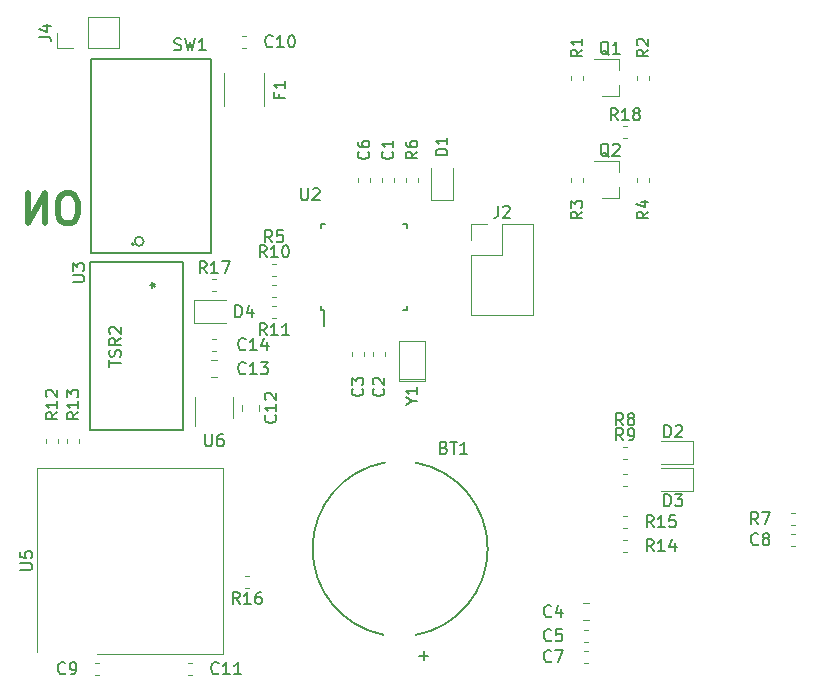
<source format=gbr>
%TF.GenerationSoftware,KiCad,Pcbnew,(6.0.7)*%
%TF.CreationDate,2022-09-05T17:33:02-05:00*%
%TF.ProjectId,tracker,74726163-6b65-4722-9e6b-696361645f70,1.0*%
%TF.SameCoordinates,Original*%
%TF.FileFunction,Legend,Top*%
%TF.FilePolarity,Positive*%
%FSLAX46Y46*%
G04 Gerber Fmt 4.6, Leading zero omitted, Abs format (unit mm)*
G04 Created by KiCad (PCBNEW (6.0.7)) date 2022-09-05 17:33:02*
%MOMM*%
%LPD*%
G01*
G04 APERTURE LIST*
%ADD10C,0.508000*%
%ADD11C,0.150000*%
%ADD12C,0.149860*%
%ADD13C,0.120000*%
%ADD14C,0.127000*%
%ADD15C,0.200000*%
%ADD16C,0.152400*%
G04 APERTURE END LIST*
D10*
X121968380Y-103003047D02*
X121484571Y-103003047D01*
X121242666Y-103124000D01*
X121000761Y-103365904D01*
X120879809Y-103849714D01*
X120879809Y-104696380D01*
X121000761Y-105180190D01*
X121242666Y-105422095D01*
X121484571Y-105543047D01*
X121968380Y-105543047D01*
X122210285Y-105422095D01*
X122452190Y-105180190D01*
X122573142Y-104696380D01*
X122573142Y-103849714D01*
X122452190Y-103365904D01*
X122210285Y-103124000D01*
X121968380Y-103003047D01*
X119791238Y-105543047D02*
X119791238Y-103003047D01*
X118339809Y-105543047D01*
X118339809Y-103003047D01*
D11*
%TO.C,BT1*%
X153574285Y-124524571D02*
X153717142Y-124572190D01*
X153764761Y-124619809D01*
X153812380Y-124715047D01*
X153812380Y-124857904D01*
X153764761Y-124953142D01*
X153717142Y-125000761D01*
X153621904Y-125048380D01*
X153240952Y-125048380D01*
X153240952Y-124048380D01*
X153574285Y-124048380D01*
X153669523Y-124096000D01*
X153717142Y-124143619D01*
X153764761Y-124238857D01*
X153764761Y-124334095D01*
X153717142Y-124429333D01*
X153669523Y-124476952D01*
X153574285Y-124524571D01*
X153240952Y-124524571D01*
X154098095Y-124048380D02*
X154669523Y-124048380D01*
X154383809Y-125048380D02*
X154383809Y-124048380D01*
X155526666Y-125048380D02*
X154955238Y-125048380D01*
X155240952Y-125048380D02*
X155240952Y-124048380D01*
X155145714Y-124191238D01*
X155050476Y-124286476D01*
X154955238Y-124334095D01*
X151479047Y-142167428D02*
X152240952Y-142167428D01*
X151860000Y-142548380D02*
X151860000Y-141786476D01*
%TO.C,C1*%
X149201142Y-99480666D02*
X149248761Y-99528285D01*
X149296380Y-99671142D01*
X149296380Y-99766380D01*
X149248761Y-99909238D01*
X149153523Y-100004476D01*
X149058285Y-100052095D01*
X148867809Y-100099714D01*
X148724952Y-100099714D01*
X148534476Y-100052095D01*
X148439238Y-100004476D01*
X148344000Y-99909238D01*
X148296380Y-99766380D01*
X148296380Y-99671142D01*
X148344000Y-99528285D01*
X148391619Y-99480666D01*
X149296380Y-98528285D02*
X149296380Y-99099714D01*
X149296380Y-98814000D02*
X148296380Y-98814000D01*
X148439238Y-98909238D01*
X148534476Y-99004476D01*
X148582095Y-99099714D01*
%TO.C,C2*%
X148439142Y-119546666D02*
X148486761Y-119594285D01*
X148534380Y-119737142D01*
X148534380Y-119832380D01*
X148486761Y-119975238D01*
X148391523Y-120070476D01*
X148296285Y-120118095D01*
X148105809Y-120165714D01*
X147962952Y-120165714D01*
X147772476Y-120118095D01*
X147677238Y-120070476D01*
X147582000Y-119975238D01*
X147534380Y-119832380D01*
X147534380Y-119737142D01*
X147582000Y-119594285D01*
X147629619Y-119546666D01*
X147629619Y-119165714D02*
X147582000Y-119118095D01*
X147534380Y-119022857D01*
X147534380Y-118784761D01*
X147582000Y-118689523D01*
X147629619Y-118641904D01*
X147724857Y-118594285D01*
X147820095Y-118594285D01*
X147962952Y-118641904D01*
X148534380Y-119213333D01*
X148534380Y-118594285D01*
%TO.C,C3*%
X146661142Y-119546666D02*
X146708761Y-119594285D01*
X146756380Y-119737142D01*
X146756380Y-119832380D01*
X146708761Y-119975238D01*
X146613523Y-120070476D01*
X146518285Y-120118095D01*
X146327809Y-120165714D01*
X146184952Y-120165714D01*
X145994476Y-120118095D01*
X145899238Y-120070476D01*
X145804000Y-119975238D01*
X145756380Y-119832380D01*
X145756380Y-119737142D01*
X145804000Y-119594285D01*
X145851619Y-119546666D01*
X145756380Y-119213333D02*
X145756380Y-118594285D01*
X146137333Y-118927619D01*
X146137333Y-118784761D01*
X146184952Y-118689523D01*
X146232571Y-118641904D01*
X146327809Y-118594285D01*
X146565904Y-118594285D01*
X146661142Y-118641904D01*
X146708761Y-118689523D01*
X146756380Y-118784761D01*
X146756380Y-119070476D01*
X146708761Y-119165714D01*
X146661142Y-119213333D01*
%TO.C,C4*%
X162647333Y-138787142D02*
X162599714Y-138834761D01*
X162456857Y-138882380D01*
X162361619Y-138882380D01*
X162218761Y-138834761D01*
X162123523Y-138739523D01*
X162075904Y-138644285D01*
X162028285Y-138453809D01*
X162028285Y-138310952D01*
X162075904Y-138120476D01*
X162123523Y-138025238D01*
X162218761Y-137930000D01*
X162361619Y-137882380D01*
X162456857Y-137882380D01*
X162599714Y-137930000D01*
X162647333Y-137977619D01*
X163504476Y-138215714D02*
X163504476Y-138882380D01*
X163266380Y-137834761D02*
X163028285Y-138549047D01*
X163647333Y-138549047D01*
%TO.C,C5*%
X162647333Y-140819142D02*
X162599714Y-140866761D01*
X162456857Y-140914380D01*
X162361619Y-140914380D01*
X162218761Y-140866761D01*
X162123523Y-140771523D01*
X162075904Y-140676285D01*
X162028285Y-140485809D01*
X162028285Y-140342952D01*
X162075904Y-140152476D01*
X162123523Y-140057238D01*
X162218761Y-139962000D01*
X162361619Y-139914380D01*
X162456857Y-139914380D01*
X162599714Y-139962000D01*
X162647333Y-140009619D01*
X163552095Y-139914380D02*
X163075904Y-139914380D01*
X163028285Y-140390571D01*
X163075904Y-140342952D01*
X163171142Y-140295333D01*
X163409238Y-140295333D01*
X163504476Y-140342952D01*
X163552095Y-140390571D01*
X163599714Y-140485809D01*
X163599714Y-140723904D01*
X163552095Y-140819142D01*
X163504476Y-140866761D01*
X163409238Y-140914380D01*
X163171142Y-140914380D01*
X163075904Y-140866761D01*
X163028285Y-140819142D01*
%TO.C,C6*%
X147169142Y-99480666D02*
X147216761Y-99528285D01*
X147264380Y-99671142D01*
X147264380Y-99766380D01*
X147216761Y-99909238D01*
X147121523Y-100004476D01*
X147026285Y-100052095D01*
X146835809Y-100099714D01*
X146692952Y-100099714D01*
X146502476Y-100052095D01*
X146407238Y-100004476D01*
X146312000Y-99909238D01*
X146264380Y-99766380D01*
X146264380Y-99671142D01*
X146312000Y-99528285D01*
X146359619Y-99480666D01*
X146264380Y-98623523D02*
X146264380Y-98814000D01*
X146312000Y-98909238D01*
X146359619Y-98956857D01*
X146502476Y-99052095D01*
X146692952Y-99099714D01*
X147073904Y-99099714D01*
X147169142Y-99052095D01*
X147216761Y-99004476D01*
X147264380Y-98909238D01*
X147264380Y-98718761D01*
X147216761Y-98623523D01*
X147169142Y-98575904D01*
X147073904Y-98528285D01*
X146835809Y-98528285D01*
X146740571Y-98575904D01*
X146692952Y-98623523D01*
X146645333Y-98718761D01*
X146645333Y-98909238D01*
X146692952Y-99004476D01*
X146740571Y-99052095D01*
X146835809Y-99099714D01*
%TO.C,C7*%
X162647333Y-142597142D02*
X162599714Y-142644761D01*
X162456857Y-142692380D01*
X162361619Y-142692380D01*
X162218761Y-142644761D01*
X162123523Y-142549523D01*
X162075904Y-142454285D01*
X162028285Y-142263809D01*
X162028285Y-142120952D01*
X162075904Y-141930476D01*
X162123523Y-141835238D01*
X162218761Y-141740000D01*
X162361619Y-141692380D01*
X162456857Y-141692380D01*
X162599714Y-141740000D01*
X162647333Y-141787619D01*
X162980666Y-141692380D02*
X163647333Y-141692380D01*
X163218761Y-142692380D01*
%TO.C,C8*%
X180173333Y-132691142D02*
X180125714Y-132738761D01*
X179982857Y-132786380D01*
X179887619Y-132786380D01*
X179744761Y-132738761D01*
X179649523Y-132643523D01*
X179601904Y-132548285D01*
X179554285Y-132357809D01*
X179554285Y-132214952D01*
X179601904Y-132024476D01*
X179649523Y-131929238D01*
X179744761Y-131834000D01*
X179887619Y-131786380D01*
X179982857Y-131786380D01*
X180125714Y-131834000D01*
X180173333Y-131881619D01*
X180744761Y-132214952D02*
X180649523Y-132167333D01*
X180601904Y-132119714D01*
X180554285Y-132024476D01*
X180554285Y-131976857D01*
X180601904Y-131881619D01*
X180649523Y-131834000D01*
X180744761Y-131786380D01*
X180935238Y-131786380D01*
X181030476Y-131834000D01*
X181078095Y-131881619D01*
X181125714Y-131976857D01*
X181125714Y-132024476D01*
X181078095Y-132119714D01*
X181030476Y-132167333D01*
X180935238Y-132214952D01*
X180744761Y-132214952D01*
X180649523Y-132262571D01*
X180601904Y-132310190D01*
X180554285Y-132405428D01*
X180554285Y-132595904D01*
X180601904Y-132691142D01*
X180649523Y-132738761D01*
X180744761Y-132786380D01*
X180935238Y-132786380D01*
X181030476Y-132738761D01*
X181078095Y-132691142D01*
X181125714Y-132595904D01*
X181125714Y-132405428D01*
X181078095Y-132310190D01*
X181030476Y-132262571D01*
X180935238Y-132214952D01*
%TO.C,C9*%
X121499333Y-143613142D02*
X121451714Y-143660761D01*
X121308857Y-143708380D01*
X121213619Y-143708380D01*
X121070761Y-143660761D01*
X120975523Y-143565523D01*
X120927904Y-143470285D01*
X120880285Y-143279809D01*
X120880285Y-143136952D01*
X120927904Y-142946476D01*
X120975523Y-142851238D01*
X121070761Y-142756000D01*
X121213619Y-142708380D01*
X121308857Y-142708380D01*
X121451714Y-142756000D01*
X121499333Y-142803619D01*
X121975523Y-143708380D02*
X122166000Y-143708380D01*
X122261238Y-143660761D01*
X122308857Y-143613142D01*
X122404095Y-143470285D01*
X122451714Y-143279809D01*
X122451714Y-142898857D01*
X122404095Y-142803619D01*
X122356476Y-142756000D01*
X122261238Y-142708380D01*
X122070761Y-142708380D01*
X121975523Y-142756000D01*
X121927904Y-142803619D01*
X121880285Y-142898857D01*
X121880285Y-143136952D01*
X121927904Y-143232190D01*
X121975523Y-143279809D01*
X122070761Y-143327428D01*
X122261238Y-143327428D01*
X122356476Y-143279809D01*
X122404095Y-143232190D01*
X122451714Y-143136952D01*
%TO.C,C10*%
X139057142Y-90527142D02*
X139009523Y-90574761D01*
X138866666Y-90622380D01*
X138771428Y-90622380D01*
X138628571Y-90574761D01*
X138533333Y-90479523D01*
X138485714Y-90384285D01*
X138438095Y-90193809D01*
X138438095Y-90050952D01*
X138485714Y-89860476D01*
X138533333Y-89765238D01*
X138628571Y-89670000D01*
X138771428Y-89622380D01*
X138866666Y-89622380D01*
X139009523Y-89670000D01*
X139057142Y-89717619D01*
X140009523Y-90622380D02*
X139438095Y-90622380D01*
X139723809Y-90622380D02*
X139723809Y-89622380D01*
X139628571Y-89765238D01*
X139533333Y-89860476D01*
X139438095Y-89908095D01*
X140628571Y-89622380D02*
X140723809Y-89622380D01*
X140819047Y-89670000D01*
X140866666Y-89717619D01*
X140914285Y-89812857D01*
X140961904Y-90003333D01*
X140961904Y-90241428D01*
X140914285Y-90431904D01*
X140866666Y-90527142D01*
X140819047Y-90574761D01*
X140723809Y-90622380D01*
X140628571Y-90622380D01*
X140533333Y-90574761D01*
X140485714Y-90527142D01*
X140438095Y-90431904D01*
X140390476Y-90241428D01*
X140390476Y-90003333D01*
X140438095Y-89812857D01*
X140485714Y-89717619D01*
X140533333Y-89670000D01*
X140628571Y-89622380D01*
%TO.C,C11*%
X134485142Y-143613142D02*
X134437523Y-143660761D01*
X134294666Y-143708380D01*
X134199428Y-143708380D01*
X134056571Y-143660761D01*
X133961333Y-143565523D01*
X133913714Y-143470285D01*
X133866095Y-143279809D01*
X133866095Y-143136952D01*
X133913714Y-142946476D01*
X133961333Y-142851238D01*
X134056571Y-142756000D01*
X134199428Y-142708380D01*
X134294666Y-142708380D01*
X134437523Y-142756000D01*
X134485142Y-142803619D01*
X135437523Y-143708380D02*
X134866095Y-143708380D01*
X135151809Y-143708380D02*
X135151809Y-142708380D01*
X135056571Y-142851238D01*
X134961333Y-142946476D01*
X134866095Y-142994095D01*
X136389904Y-143708380D02*
X135818476Y-143708380D01*
X136104190Y-143708380D02*
X136104190Y-142708380D01*
X136008952Y-142851238D01*
X135913714Y-142946476D01*
X135818476Y-142994095D01*
%TO.C,C12*%
X139295142Y-121800857D02*
X139342761Y-121848476D01*
X139390380Y-121991333D01*
X139390380Y-122086571D01*
X139342761Y-122229428D01*
X139247523Y-122324666D01*
X139152285Y-122372285D01*
X138961809Y-122419904D01*
X138818952Y-122419904D01*
X138628476Y-122372285D01*
X138533238Y-122324666D01*
X138438000Y-122229428D01*
X138390380Y-122086571D01*
X138390380Y-121991333D01*
X138438000Y-121848476D01*
X138485619Y-121800857D01*
X139390380Y-120848476D02*
X139390380Y-121419904D01*
X139390380Y-121134190D02*
X138390380Y-121134190D01*
X138533238Y-121229428D01*
X138628476Y-121324666D01*
X138676095Y-121419904D01*
X138485619Y-120467523D02*
X138438000Y-120419904D01*
X138390380Y-120324666D01*
X138390380Y-120086571D01*
X138438000Y-119991333D01*
X138485619Y-119943714D01*
X138580857Y-119896095D01*
X138676095Y-119896095D01*
X138818952Y-119943714D01*
X139390380Y-120515142D01*
X139390380Y-119896095D01*
%TO.C,C13*%
X136771142Y-118213142D02*
X136723523Y-118260761D01*
X136580666Y-118308380D01*
X136485428Y-118308380D01*
X136342571Y-118260761D01*
X136247333Y-118165523D01*
X136199714Y-118070285D01*
X136152095Y-117879809D01*
X136152095Y-117736952D01*
X136199714Y-117546476D01*
X136247333Y-117451238D01*
X136342571Y-117356000D01*
X136485428Y-117308380D01*
X136580666Y-117308380D01*
X136723523Y-117356000D01*
X136771142Y-117403619D01*
X137723523Y-118308380D02*
X137152095Y-118308380D01*
X137437809Y-118308380D02*
X137437809Y-117308380D01*
X137342571Y-117451238D01*
X137247333Y-117546476D01*
X137152095Y-117594095D01*
X138056857Y-117308380D02*
X138675904Y-117308380D01*
X138342571Y-117689333D01*
X138485428Y-117689333D01*
X138580666Y-117736952D01*
X138628285Y-117784571D01*
X138675904Y-117879809D01*
X138675904Y-118117904D01*
X138628285Y-118213142D01*
X138580666Y-118260761D01*
X138485428Y-118308380D01*
X138199714Y-118308380D01*
X138104476Y-118260761D01*
X138056857Y-118213142D01*
%TO.C,C14*%
X136771142Y-116181142D02*
X136723523Y-116228761D01*
X136580666Y-116276380D01*
X136485428Y-116276380D01*
X136342571Y-116228761D01*
X136247333Y-116133523D01*
X136199714Y-116038285D01*
X136152095Y-115847809D01*
X136152095Y-115704952D01*
X136199714Y-115514476D01*
X136247333Y-115419238D01*
X136342571Y-115324000D01*
X136485428Y-115276380D01*
X136580666Y-115276380D01*
X136723523Y-115324000D01*
X136771142Y-115371619D01*
X137723523Y-116276380D02*
X137152095Y-116276380D01*
X137437809Y-116276380D02*
X137437809Y-115276380D01*
X137342571Y-115419238D01*
X137247333Y-115514476D01*
X137152095Y-115562095D01*
X138580666Y-115609714D02*
X138580666Y-116276380D01*
X138342571Y-115228761D02*
X138104476Y-115943047D01*
X138723523Y-115943047D01*
%TO.C,D1*%
X153868380Y-99798095D02*
X152868380Y-99798095D01*
X152868380Y-99560000D01*
X152916000Y-99417142D01*
X153011238Y-99321904D01*
X153106476Y-99274285D01*
X153296952Y-99226666D01*
X153439809Y-99226666D01*
X153630285Y-99274285D01*
X153725523Y-99321904D01*
X153820761Y-99417142D01*
X153868380Y-99560000D01*
X153868380Y-99798095D01*
X153868380Y-98274285D02*
X153868380Y-98845714D01*
X153868380Y-98560000D02*
X152868380Y-98560000D01*
X153011238Y-98655238D01*
X153106476Y-98750476D01*
X153154095Y-98845714D01*
%TO.C,D2*%
X172235904Y-123642380D02*
X172235904Y-122642380D01*
X172474000Y-122642380D01*
X172616857Y-122690000D01*
X172712095Y-122785238D01*
X172759714Y-122880476D01*
X172807333Y-123070952D01*
X172807333Y-123213809D01*
X172759714Y-123404285D01*
X172712095Y-123499523D01*
X172616857Y-123594761D01*
X172474000Y-123642380D01*
X172235904Y-123642380D01*
X173188285Y-122737619D02*
X173235904Y-122690000D01*
X173331142Y-122642380D01*
X173569238Y-122642380D01*
X173664476Y-122690000D01*
X173712095Y-122737619D01*
X173759714Y-122832857D01*
X173759714Y-122928095D01*
X173712095Y-123070952D01*
X173140666Y-123642380D01*
X173759714Y-123642380D01*
%TO.C,D3*%
X172235904Y-129484380D02*
X172235904Y-128484380D01*
X172474000Y-128484380D01*
X172616857Y-128532000D01*
X172712095Y-128627238D01*
X172759714Y-128722476D01*
X172807333Y-128912952D01*
X172807333Y-129055809D01*
X172759714Y-129246285D01*
X172712095Y-129341523D01*
X172616857Y-129436761D01*
X172474000Y-129484380D01*
X172235904Y-129484380D01*
X173140666Y-128484380D02*
X173759714Y-128484380D01*
X173426380Y-128865333D01*
X173569238Y-128865333D01*
X173664476Y-128912952D01*
X173712095Y-128960571D01*
X173759714Y-129055809D01*
X173759714Y-129293904D01*
X173712095Y-129389142D01*
X173664476Y-129436761D01*
X173569238Y-129484380D01*
X173283523Y-129484380D01*
X173188285Y-129436761D01*
X173140666Y-129389142D01*
%TO.C,D4*%
X135913904Y-113482380D02*
X135913904Y-112482380D01*
X136152000Y-112482380D01*
X136294857Y-112530000D01*
X136390095Y-112625238D01*
X136437714Y-112720476D01*
X136485333Y-112910952D01*
X136485333Y-113053809D01*
X136437714Y-113244285D01*
X136390095Y-113339523D01*
X136294857Y-113434761D01*
X136152000Y-113482380D01*
X135913904Y-113482380D01*
X137342476Y-112815714D02*
X137342476Y-113482380D01*
X137104380Y-112434761D02*
X136866285Y-113149047D01*
X137485333Y-113149047D01*
%TO.C,F1*%
X139628571Y-94567333D02*
X139628571Y-94900666D01*
X140152380Y-94900666D02*
X139152380Y-94900666D01*
X139152380Y-94424476D01*
X140152380Y-93519714D02*
X140152380Y-94091142D01*
X140152380Y-93805428D02*
X139152380Y-93805428D01*
X139295238Y-93900666D01*
X139390476Y-93995904D01*
X139438095Y-94091142D01*
%TO.C,J2*%
X158162666Y-104056380D02*
X158162666Y-104770666D01*
X158115047Y-104913523D01*
X158019809Y-105008761D01*
X157876952Y-105056380D01*
X157781714Y-105056380D01*
X158591238Y-104151619D02*
X158638857Y-104104000D01*
X158734095Y-104056380D01*
X158972190Y-104056380D01*
X159067428Y-104104000D01*
X159115047Y-104151619D01*
X159162666Y-104246857D01*
X159162666Y-104342095D01*
X159115047Y-104484952D01*
X158543619Y-105056380D01*
X159162666Y-105056380D01*
%TO.C,J4*%
X119296380Y-89741333D02*
X120010666Y-89741333D01*
X120153523Y-89788952D01*
X120248761Y-89884190D01*
X120296380Y-90027047D01*
X120296380Y-90122285D01*
X119629714Y-88836571D02*
X120296380Y-88836571D01*
X119248761Y-89074666D02*
X119963047Y-89312761D01*
X119963047Y-88693714D01*
%TO.C,Q1*%
X167544761Y-91265619D02*
X167449523Y-91218000D01*
X167354285Y-91122761D01*
X167211428Y-90979904D01*
X167116190Y-90932285D01*
X167020952Y-90932285D01*
X167068571Y-91170380D02*
X166973333Y-91122761D01*
X166878095Y-91027523D01*
X166830476Y-90837047D01*
X166830476Y-90503714D01*
X166878095Y-90313238D01*
X166973333Y-90218000D01*
X167068571Y-90170380D01*
X167259047Y-90170380D01*
X167354285Y-90218000D01*
X167449523Y-90313238D01*
X167497142Y-90503714D01*
X167497142Y-90837047D01*
X167449523Y-91027523D01*
X167354285Y-91122761D01*
X167259047Y-91170380D01*
X167068571Y-91170380D01*
X168449523Y-91170380D02*
X167878095Y-91170380D01*
X168163809Y-91170380D02*
X168163809Y-90170380D01*
X168068571Y-90313238D01*
X167973333Y-90408476D01*
X167878095Y-90456095D01*
%TO.C,Q2*%
X167544761Y-99901619D02*
X167449523Y-99854000D01*
X167354285Y-99758761D01*
X167211428Y-99615904D01*
X167116190Y-99568285D01*
X167020952Y-99568285D01*
X167068571Y-99806380D02*
X166973333Y-99758761D01*
X166878095Y-99663523D01*
X166830476Y-99473047D01*
X166830476Y-99139714D01*
X166878095Y-98949238D01*
X166973333Y-98854000D01*
X167068571Y-98806380D01*
X167259047Y-98806380D01*
X167354285Y-98854000D01*
X167449523Y-98949238D01*
X167497142Y-99139714D01*
X167497142Y-99473047D01*
X167449523Y-99663523D01*
X167354285Y-99758761D01*
X167259047Y-99806380D01*
X167068571Y-99806380D01*
X167878095Y-98901619D02*
X167925714Y-98854000D01*
X168020952Y-98806380D01*
X168259047Y-98806380D01*
X168354285Y-98854000D01*
X168401904Y-98901619D01*
X168449523Y-98996857D01*
X168449523Y-99092095D01*
X168401904Y-99234952D01*
X167830476Y-99806380D01*
X168449523Y-99806380D01*
%TO.C,R1*%
X165298380Y-90844666D02*
X164822190Y-91178000D01*
X165298380Y-91416095D02*
X164298380Y-91416095D01*
X164298380Y-91035142D01*
X164346000Y-90939904D01*
X164393619Y-90892285D01*
X164488857Y-90844666D01*
X164631714Y-90844666D01*
X164726952Y-90892285D01*
X164774571Y-90939904D01*
X164822190Y-91035142D01*
X164822190Y-91416095D01*
X165298380Y-89892285D02*
X165298380Y-90463714D01*
X165298380Y-90178000D02*
X164298380Y-90178000D01*
X164441238Y-90273238D01*
X164536476Y-90368476D01*
X164584095Y-90463714D01*
%TO.C,R2*%
X170886380Y-90844666D02*
X170410190Y-91178000D01*
X170886380Y-91416095D02*
X169886380Y-91416095D01*
X169886380Y-91035142D01*
X169934000Y-90939904D01*
X169981619Y-90892285D01*
X170076857Y-90844666D01*
X170219714Y-90844666D01*
X170314952Y-90892285D01*
X170362571Y-90939904D01*
X170410190Y-91035142D01*
X170410190Y-91416095D01*
X169981619Y-90463714D02*
X169934000Y-90416095D01*
X169886380Y-90320857D01*
X169886380Y-90082761D01*
X169934000Y-89987523D01*
X169981619Y-89939904D01*
X170076857Y-89892285D01*
X170172095Y-89892285D01*
X170314952Y-89939904D01*
X170886380Y-90511333D01*
X170886380Y-89892285D01*
%TO.C,R3*%
X165298380Y-104560666D02*
X164822190Y-104894000D01*
X165298380Y-105132095D02*
X164298380Y-105132095D01*
X164298380Y-104751142D01*
X164346000Y-104655904D01*
X164393619Y-104608285D01*
X164488857Y-104560666D01*
X164631714Y-104560666D01*
X164726952Y-104608285D01*
X164774571Y-104655904D01*
X164822190Y-104751142D01*
X164822190Y-105132095D01*
X164298380Y-104227333D02*
X164298380Y-103608285D01*
X164679333Y-103941619D01*
X164679333Y-103798761D01*
X164726952Y-103703523D01*
X164774571Y-103655904D01*
X164869809Y-103608285D01*
X165107904Y-103608285D01*
X165203142Y-103655904D01*
X165250761Y-103703523D01*
X165298380Y-103798761D01*
X165298380Y-104084476D01*
X165250761Y-104179714D01*
X165203142Y-104227333D01*
%TO.C,R4*%
X170886380Y-104560666D02*
X170410190Y-104894000D01*
X170886380Y-105132095D02*
X169886380Y-105132095D01*
X169886380Y-104751142D01*
X169934000Y-104655904D01*
X169981619Y-104608285D01*
X170076857Y-104560666D01*
X170219714Y-104560666D01*
X170314952Y-104608285D01*
X170362571Y-104655904D01*
X170410190Y-104751142D01*
X170410190Y-105132095D01*
X170219714Y-103703523D02*
X170886380Y-103703523D01*
X169838761Y-103941619D02*
X170553047Y-104179714D01*
X170553047Y-103560666D01*
%TO.C,R5*%
X139025333Y-107132380D02*
X138692000Y-106656190D01*
X138453904Y-107132380D02*
X138453904Y-106132380D01*
X138834857Y-106132380D01*
X138930095Y-106180000D01*
X138977714Y-106227619D01*
X139025333Y-106322857D01*
X139025333Y-106465714D01*
X138977714Y-106560952D01*
X138930095Y-106608571D01*
X138834857Y-106656190D01*
X138453904Y-106656190D01*
X139930095Y-106132380D02*
X139453904Y-106132380D01*
X139406285Y-106608571D01*
X139453904Y-106560952D01*
X139549142Y-106513333D01*
X139787238Y-106513333D01*
X139882476Y-106560952D01*
X139930095Y-106608571D01*
X139977714Y-106703809D01*
X139977714Y-106941904D01*
X139930095Y-107037142D01*
X139882476Y-107084761D01*
X139787238Y-107132380D01*
X139549142Y-107132380D01*
X139453904Y-107084761D01*
X139406285Y-107037142D01*
%TO.C,R6*%
X151328380Y-99480666D02*
X150852190Y-99814000D01*
X151328380Y-100052095D02*
X150328380Y-100052095D01*
X150328380Y-99671142D01*
X150376000Y-99575904D01*
X150423619Y-99528285D01*
X150518857Y-99480666D01*
X150661714Y-99480666D01*
X150756952Y-99528285D01*
X150804571Y-99575904D01*
X150852190Y-99671142D01*
X150852190Y-100052095D01*
X150328380Y-98623523D02*
X150328380Y-98814000D01*
X150376000Y-98909238D01*
X150423619Y-98956857D01*
X150566476Y-99052095D01*
X150756952Y-99099714D01*
X151137904Y-99099714D01*
X151233142Y-99052095D01*
X151280761Y-99004476D01*
X151328380Y-98909238D01*
X151328380Y-98718761D01*
X151280761Y-98623523D01*
X151233142Y-98575904D01*
X151137904Y-98528285D01*
X150899809Y-98528285D01*
X150804571Y-98575904D01*
X150756952Y-98623523D01*
X150709333Y-98718761D01*
X150709333Y-98909238D01*
X150756952Y-99004476D01*
X150804571Y-99052095D01*
X150899809Y-99099714D01*
%TO.C,R7*%
X180173333Y-131008380D02*
X179840000Y-130532190D01*
X179601904Y-131008380D02*
X179601904Y-130008380D01*
X179982857Y-130008380D01*
X180078095Y-130056000D01*
X180125714Y-130103619D01*
X180173333Y-130198857D01*
X180173333Y-130341714D01*
X180125714Y-130436952D01*
X180078095Y-130484571D01*
X179982857Y-130532190D01*
X179601904Y-130532190D01*
X180506666Y-130008380D02*
X181173333Y-130008380D01*
X180744761Y-131008380D01*
%TO.C,R8*%
X168743333Y-122626380D02*
X168410000Y-122150190D01*
X168171904Y-122626380D02*
X168171904Y-121626380D01*
X168552857Y-121626380D01*
X168648095Y-121674000D01*
X168695714Y-121721619D01*
X168743333Y-121816857D01*
X168743333Y-121959714D01*
X168695714Y-122054952D01*
X168648095Y-122102571D01*
X168552857Y-122150190D01*
X168171904Y-122150190D01*
X169314761Y-122054952D02*
X169219523Y-122007333D01*
X169171904Y-121959714D01*
X169124285Y-121864476D01*
X169124285Y-121816857D01*
X169171904Y-121721619D01*
X169219523Y-121674000D01*
X169314761Y-121626380D01*
X169505238Y-121626380D01*
X169600476Y-121674000D01*
X169648095Y-121721619D01*
X169695714Y-121816857D01*
X169695714Y-121864476D01*
X169648095Y-121959714D01*
X169600476Y-122007333D01*
X169505238Y-122054952D01*
X169314761Y-122054952D01*
X169219523Y-122102571D01*
X169171904Y-122150190D01*
X169124285Y-122245428D01*
X169124285Y-122435904D01*
X169171904Y-122531142D01*
X169219523Y-122578761D01*
X169314761Y-122626380D01*
X169505238Y-122626380D01*
X169600476Y-122578761D01*
X169648095Y-122531142D01*
X169695714Y-122435904D01*
X169695714Y-122245428D01*
X169648095Y-122150190D01*
X169600476Y-122102571D01*
X169505238Y-122054952D01*
%TO.C,R9*%
X168743333Y-123896380D02*
X168410000Y-123420190D01*
X168171904Y-123896380D02*
X168171904Y-122896380D01*
X168552857Y-122896380D01*
X168648095Y-122944000D01*
X168695714Y-122991619D01*
X168743333Y-123086857D01*
X168743333Y-123229714D01*
X168695714Y-123324952D01*
X168648095Y-123372571D01*
X168552857Y-123420190D01*
X168171904Y-123420190D01*
X169219523Y-123896380D02*
X169410000Y-123896380D01*
X169505238Y-123848761D01*
X169552857Y-123801142D01*
X169648095Y-123658285D01*
X169695714Y-123467809D01*
X169695714Y-123086857D01*
X169648095Y-122991619D01*
X169600476Y-122944000D01*
X169505238Y-122896380D01*
X169314761Y-122896380D01*
X169219523Y-122944000D01*
X169171904Y-122991619D01*
X169124285Y-123086857D01*
X169124285Y-123324952D01*
X169171904Y-123420190D01*
X169219523Y-123467809D01*
X169314761Y-123515428D01*
X169505238Y-123515428D01*
X169600476Y-123467809D01*
X169648095Y-123420190D01*
X169695714Y-123324952D01*
%TO.C,R10*%
X138549142Y-108402380D02*
X138215809Y-107926190D01*
X137977714Y-108402380D02*
X137977714Y-107402380D01*
X138358666Y-107402380D01*
X138453904Y-107450000D01*
X138501523Y-107497619D01*
X138549142Y-107592857D01*
X138549142Y-107735714D01*
X138501523Y-107830952D01*
X138453904Y-107878571D01*
X138358666Y-107926190D01*
X137977714Y-107926190D01*
X139501523Y-108402380D02*
X138930095Y-108402380D01*
X139215809Y-108402380D02*
X139215809Y-107402380D01*
X139120571Y-107545238D01*
X139025333Y-107640476D01*
X138930095Y-107688095D01*
X140120571Y-107402380D02*
X140215809Y-107402380D01*
X140311047Y-107450000D01*
X140358666Y-107497619D01*
X140406285Y-107592857D01*
X140453904Y-107783333D01*
X140453904Y-108021428D01*
X140406285Y-108211904D01*
X140358666Y-108307142D01*
X140311047Y-108354761D01*
X140215809Y-108402380D01*
X140120571Y-108402380D01*
X140025333Y-108354761D01*
X139977714Y-108307142D01*
X139930095Y-108211904D01*
X139882476Y-108021428D01*
X139882476Y-107783333D01*
X139930095Y-107592857D01*
X139977714Y-107497619D01*
X140025333Y-107450000D01*
X140120571Y-107402380D01*
%TO.C,R11*%
X138549142Y-115006380D02*
X138215809Y-114530190D01*
X137977714Y-115006380D02*
X137977714Y-114006380D01*
X138358666Y-114006380D01*
X138453904Y-114054000D01*
X138501523Y-114101619D01*
X138549142Y-114196857D01*
X138549142Y-114339714D01*
X138501523Y-114434952D01*
X138453904Y-114482571D01*
X138358666Y-114530190D01*
X137977714Y-114530190D01*
X139501523Y-115006380D02*
X138930095Y-115006380D01*
X139215809Y-115006380D02*
X139215809Y-114006380D01*
X139120571Y-114149238D01*
X139025333Y-114244476D01*
X138930095Y-114292095D01*
X140453904Y-115006380D02*
X139882476Y-115006380D01*
X140168190Y-115006380D02*
X140168190Y-114006380D01*
X140072952Y-114149238D01*
X139977714Y-114244476D01*
X139882476Y-114292095D01*
%TO.C,R12*%
X120848380Y-121546857D02*
X120372190Y-121880190D01*
X120848380Y-122118285D02*
X119848380Y-122118285D01*
X119848380Y-121737333D01*
X119896000Y-121642095D01*
X119943619Y-121594476D01*
X120038857Y-121546857D01*
X120181714Y-121546857D01*
X120276952Y-121594476D01*
X120324571Y-121642095D01*
X120372190Y-121737333D01*
X120372190Y-122118285D01*
X120848380Y-120594476D02*
X120848380Y-121165904D01*
X120848380Y-120880190D02*
X119848380Y-120880190D01*
X119991238Y-120975428D01*
X120086476Y-121070666D01*
X120134095Y-121165904D01*
X119943619Y-120213523D02*
X119896000Y-120165904D01*
X119848380Y-120070666D01*
X119848380Y-119832571D01*
X119896000Y-119737333D01*
X119943619Y-119689714D01*
X120038857Y-119642095D01*
X120134095Y-119642095D01*
X120276952Y-119689714D01*
X120848380Y-120261142D01*
X120848380Y-119642095D01*
%TO.C,R13*%
X122626380Y-121546857D02*
X122150190Y-121880190D01*
X122626380Y-122118285D02*
X121626380Y-122118285D01*
X121626380Y-121737333D01*
X121674000Y-121642095D01*
X121721619Y-121594476D01*
X121816857Y-121546857D01*
X121959714Y-121546857D01*
X122054952Y-121594476D01*
X122102571Y-121642095D01*
X122150190Y-121737333D01*
X122150190Y-122118285D01*
X122626380Y-120594476D02*
X122626380Y-121165904D01*
X122626380Y-120880190D02*
X121626380Y-120880190D01*
X121769238Y-120975428D01*
X121864476Y-121070666D01*
X121912095Y-121165904D01*
X121626380Y-120261142D02*
X121626380Y-119642095D01*
X122007333Y-119975428D01*
X122007333Y-119832571D01*
X122054952Y-119737333D01*
X122102571Y-119689714D01*
X122197809Y-119642095D01*
X122435904Y-119642095D01*
X122531142Y-119689714D01*
X122578761Y-119737333D01*
X122626380Y-119832571D01*
X122626380Y-120118285D01*
X122578761Y-120213523D01*
X122531142Y-120261142D01*
%TO.C,R14*%
X171315142Y-133294380D02*
X170981809Y-132818190D01*
X170743714Y-133294380D02*
X170743714Y-132294380D01*
X171124666Y-132294380D01*
X171219904Y-132342000D01*
X171267523Y-132389619D01*
X171315142Y-132484857D01*
X171315142Y-132627714D01*
X171267523Y-132722952D01*
X171219904Y-132770571D01*
X171124666Y-132818190D01*
X170743714Y-132818190D01*
X172267523Y-133294380D02*
X171696095Y-133294380D01*
X171981809Y-133294380D02*
X171981809Y-132294380D01*
X171886571Y-132437238D01*
X171791333Y-132532476D01*
X171696095Y-132580095D01*
X173124666Y-132627714D02*
X173124666Y-133294380D01*
X172886571Y-132246761D02*
X172648476Y-132961047D01*
X173267523Y-132961047D01*
%TO.C,R15*%
X171315142Y-131262380D02*
X170981809Y-130786190D01*
X170743714Y-131262380D02*
X170743714Y-130262380D01*
X171124666Y-130262380D01*
X171219904Y-130310000D01*
X171267523Y-130357619D01*
X171315142Y-130452857D01*
X171315142Y-130595714D01*
X171267523Y-130690952D01*
X171219904Y-130738571D01*
X171124666Y-130786190D01*
X170743714Y-130786190D01*
X172267523Y-131262380D02*
X171696095Y-131262380D01*
X171981809Y-131262380D02*
X171981809Y-130262380D01*
X171886571Y-130405238D01*
X171791333Y-130500476D01*
X171696095Y-130548095D01*
X173172285Y-130262380D02*
X172696095Y-130262380D01*
X172648476Y-130738571D01*
X172696095Y-130690952D01*
X172791333Y-130643333D01*
X173029428Y-130643333D01*
X173124666Y-130690952D01*
X173172285Y-130738571D01*
X173219904Y-130833809D01*
X173219904Y-131071904D01*
X173172285Y-131167142D01*
X173124666Y-131214761D01*
X173029428Y-131262380D01*
X172791333Y-131262380D01*
X172696095Y-131214761D01*
X172648476Y-131167142D01*
%TO.C,R16*%
X136263142Y-137772380D02*
X135929809Y-137296190D01*
X135691714Y-137772380D02*
X135691714Y-136772380D01*
X136072666Y-136772380D01*
X136167904Y-136820000D01*
X136215523Y-136867619D01*
X136263142Y-136962857D01*
X136263142Y-137105714D01*
X136215523Y-137200952D01*
X136167904Y-137248571D01*
X136072666Y-137296190D01*
X135691714Y-137296190D01*
X137215523Y-137772380D02*
X136644095Y-137772380D01*
X136929809Y-137772380D02*
X136929809Y-136772380D01*
X136834571Y-136915238D01*
X136739333Y-137010476D01*
X136644095Y-137058095D01*
X138072666Y-136772380D02*
X137882190Y-136772380D01*
X137786952Y-136820000D01*
X137739333Y-136867619D01*
X137644095Y-137010476D01*
X137596476Y-137200952D01*
X137596476Y-137581904D01*
X137644095Y-137677142D01*
X137691714Y-137724761D01*
X137786952Y-137772380D01*
X137977428Y-137772380D01*
X138072666Y-137724761D01*
X138120285Y-137677142D01*
X138167904Y-137581904D01*
X138167904Y-137343809D01*
X138120285Y-137248571D01*
X138072666Y-137200952D01*
X137977428Y-137153333D01*
X137786952Y-137153333D01*
X137691714Y-137200952D01*
X137644095Y-137248571D01*
X137596476Y-137343809D01*
%TO.C,R17*%
X133469142Y-109766380D02*
X133135809Y-109290190D01*
X132897714Y-109766380D02*
X132897714Y-108766380D01*
X133278666Y-108766380D01*
X133373904Y-108814000D01*
X133421523Y-108861619D01*
X133469142Y-108956857D01*
X133469142Y-109099714D01*
X133421523Y-109194952D01*
X133373904Y-109242571D01*
X133278666Y-109290190D01*
X132897714Y-109290190D01*
X134421523Y-109766380D02*
X133850095Y-109766380D01*
X134135809Y-109766380D02*
X134135809Y-108766380D01*
X134040571Y-108909238D01*
X133945333Y-109004476D01*
X133850095Y-109052095D01*
X134754857Y-108766380D02*
X135421523Y-108766380D01*
X134992952Y-109766380D01*
%TO.C,R18*%
X168267142Y-96812380D02*
X167933809Y-96336190D01*
X167695714Y-96812380D02*
X167695714Y-95812380D01*
X168076666Y-95812380D01*
X168171904Y-95860000D01*
X168219523Y-95907619D01*
X168267142Y-96002857D01*
X168267142Y-96145714D01*
X168219523Y-96240952D01*
X168171904Y-96288571D01*
X168076666Y-96336190D01*
X167695714Y-96336190D01*
X169219523Y-96812380D02*
X168648095Y-96812380D01*
X168933809Y-96812380D02*
X168933809Y-95812380D01*
X168838571Y-95955238D01*
X168743333Y-96050476D01*
X168648095Y-96098095D01*
X169790952Y-96240952D02*
X169695714Y-96193333D01*
X169648095Y-96145714D01*
X169600476Y-96050476D01*
X169600476Y-96002857D01*
X169648095Y-95907619D01*
X169695714Y-95860000D01*
X169790952Y-95812380D01*
X169981428Y-95812380D01*
X170076666Y-95860000D01*
X170124285Y-95907619D01*
X170171904Y-96002857D01*
X170171904Y-96050476D01*
X170124285Y-96145714D01*
X170076666Y-96193333D01*
X169981428Y-96240952D01*
X169790952Y-96240952D01*
X169695714Y-96288571D01*
X169648095Y-96336190D01*
X169600476Y-96431428D01*
X169600476Y-96621904D01*
X169648095Y-96717142D01*
X169695714Y-96764761D01*
X169790952Y-96812380D01*
X169981428Y-96812380D01*
X170076666Y-96764761D01*
X170124285Y-96717142D01*
X170171904Y-96621904D01*
X170171904Y-96431428D01*
X170124285Y-96336190D01*
X170076666Y-96288571D01*
X169981428Y-96240952D01*
D12*
%TO.C,SW1*%
X130746666Y-90828761D02*
X130889523Y-90876380D01*
X131127619Y-90876380D01*
X131222857Y-90828761D01*
X131270476Y-90781142D01*
X131318095Y-90685904D01*
X131318095Y-90590666D01*
X131270476Y-90495428D01*
X131222857Y-90447809D01*
X131127619Y-90400190D01*
X130937142Y-90352571D01*
X130841904Y-90304952D01*
X130794285Y-90257333D01*
X130746666Y-90162095D01*
X130746666Y-90066857D01*
X130794285Y-89971619D01*
X130841904Y-89924000D01*
X130937142Y-89876380D01*
X131175238Y-89876380D01*
X131318095Y-89924000D01*
X131651428Y-89876380D02*
X131889523Y-90876380D01*
X132080000Y-90162095D01*
X132270476Y-90876380D01*
X132508571Y-89876380D01*
X133413333Y-90876380D02*
X132841904Y-90876380D01*
X133127619Y-90876380D02*
X133127619Y-89876380D01*
X133032380Y-90019238D01*
X132937142Y-90114476D01*
X132841904Y-90162095D01*
D11*
%TO.C,U2*%
X141478095Y-102576380D02*
X141478095Y-103385904D01*
X141525714Y-103481142D01*
X141573333Y-103528761D01*
X141668571Y-103576380D01*
X141859047Y-103576380D01*
X141954285Y-103528761D01*
X142001904Y-103481142D01*
X142049523Y-103385904D01*
X142049523Y-102576380D01*
X142478095Y-102671619D02*
X142525714Y-102624000D01*
X142620952Y-102576380D01*
X142859047Y-102576380D01*
X142954285Y-102624000D01*
X143001904Y-102671619D01*
X143049523Y-102766857D01*
X143049523Y-102862095D01*
X143001904Y-103004952D01*
X142430476Y-103576380D01*
X143049523Y-103576380D01*
%TO.C,U3*%
X122134380Y-110489904D02*
X122943904Y-110489904D01*
X123039142Y-110442285D01*
X123086761Y-110394666D01*
X123134380Y-110299428D01*
X123134380Y-110108952D01*
X123086761Y-110013714D01*
X123039142Y-109966095D01*
X122943904Y-109918476D01*
X122134380Y-109918476D01*
X122134380Y-109537523D02*
X122134380Y-108918476D01*
X122515333Y-109251809D01*
X122515333Y-109108952D01*
X122562952Y-109013714D01*
X122610571Y-108966095D01*
X122705809Y-108918476D01*
X122943904Y-108918476D01*
X123039142Y-108966095D01*
X123086761Y-109013714D01*
X123134380Y-109108952D01*
X123134380Y-109394666D01*
X123086761Y-109489904D01*
X123039142Y-109537523D01*
X125214380Y-117689095D02*
X125214380Y-117117666D01*
X126214380Y-117403380D02*
X125214380Y-117403380D01*
X126166761Y-116831952D02*
X126214380Y-116689095D01*
X126214380Y-116451000D01*
X126166761Y-116355761D01*
X126119142Y-116308142D01*
X126023904Y-116260523D01*
X125928666Y-116260523D01*
X125833428Y-116308142D01*
X125785809Y-116355761D01*
X125738190Y-116451000D01*
X125690571Y-116641476D01*
X125642952Y-116736714D01*
X125595333Y-116784333D01*
X125500095Y-116831952D01*
X125404857Y-116831952D01*
X125309619Y-116784333D01*
X125262000Y-116736714D01*
X125214380Y-116641476D01*
X125214380Y-116403380D01*
X125262000Y-116260523D01*
X126214380Y-115260523D02*
X125738190Y-115593857D01*
X126214380Y-115831952D02*
X125214380Y-115831952D01*
X125214380Y-115451000D01*
X125262000Y-115355761D01*
X125309619Y-115308142D01*
X125404857Y-115260523D01*
X125547714Y-115260523D01*
X125642952Y-115308142D01*
X125690571Y-115355761D01*
X125738190Y-115451000D01*
X125738190Y-115831952D01*
X125309619Y-114879571D02*
X125262000Y-114831952D01*
X125214380Y-114736714D01*
X125214380Y-114498619D01*
X125262000Y-114403380D01*
X125309619Y-114355761D01*
X125404857Y-114308142D01*
X125500095Y-114308142D01*
X125642952Y-114355761D01*
X126214380Y-114927190D01*
X126214380Y-114308142D01*
X128714380Y-110784000D02*
X128952476Y-110784000D01*
X128857238Y-111022095D02*
X128952476Y-110784000D01*
X128857238Y-110545904D01*
X129142952Y-110926857D02*
X128952476Y-110784000D01*
X129142952Y-110641142D01*
%TO.C,U5*%
X117702380Y-134873904D02*
X118511904Y-134873904D01*
X118607142Y-134826285D01*
X118654761Y-134778666D01*
X118702380Y-134683428D01*
X118702380Y-134492952D01*
X118654761Y-134397714D01*
X118607142Y-134350095D01*
X118511904Y-134302476D01*
X117702380Y-134302476D01*
X117702380Y-133350095D02*
X117702380Y-133826285D01*
X118178571Y-133873904D01*
X118130952Y-133826285D01*
X118083333Y-133731047D01*
X118083333Y-133492952D01*
X118130952Y-133397714D01*
X118178571Y-133350095D01*
X118273809Y-133302476D01*
X118511904Y-133302476D01*
X118607142Y-133350095D01*
X118654761Y-133397714D01*
X118702380Y-133492952D01*
X118702380Y-133731047D01*
X118654761Y-133826285D01*
X118607142Y-133873904D01*
%TO.C,U6*%
X133350095Y-123404380D02*
X133350095Y-124213904D01*
X133397714Y-124309142D01*
X133445333Y-124356761D01*
X133540571Y-124404380D01*
X133731047Y-124404380D01*
X133826285Y-124356761D01*
X133873904Y-124309142D01*
X133921523Y-124213904D01*
X133921523Y-123404380D01*
X134826285Y-123404380D02*
X134635809Y-123404380D01*
X134540571Y-123452000D01*
X134492952Y-123499619D01*
X134397714Y-123642476D01*
X134350095Y-123832952D01*
X134350095Y-124213904D01*
X134397714Y-124309142D01*
X134445333Y-124356761D01*
X134540571Y-124404380D01*
X134731047Y-124404380D01*
X134826285Y-124356761D01*
X134873904Y-124309142D01*
X134921523Y-124213904D01*
X134921523Y-123975809D01*
X134873904Y-123880571D01*
X134826285Y-123832952D01*
X134731047Y-123785333D01*
X134540571Y-123785333D01*
X134445333Y-123832952D01*
X134397714Y-123880571D01*
X134350095Y-123975809D01*
%TO.C,Y1*%
X150852190Y-120618190D02*
X151328380Y-120618190D01*
X150328380Y-120951523D02*
X150852190Y-120618190D01*
X150328380Y-120284857D01*
X151328380Y-119427714D02*
X151328380Y-119999142D01*
X151328380Y-119713428D02*
X150328380Y-119713428D01*
X150471238Y-119808666D01*
X150566476Y-119903904D01*
X150614095Y-119999142D01*
%TO.C,BT1*%
X148560000Y-125796000D02*
G75*
G03*
X148444730Y-140374531I1300000J-7300000D01*
G01*
X151159999Y-140395999D02*
G75*
G03*
X151160001Y-125796001I-1299999J7299999D01*
G01*
D13*
%TO.C,C1*%
X149354000Y-102016779D02*
X149354000Y-101691221D01*
X148334000Y-102016779D02*
X148334000Y-101691221D01*
%TO.C,C2*%
X148592000Y-116423221D02*
X148592000Y-116748779D01*
X147572000Y-116423221D02*
X147572000Y-116748779D01*
%TO.C,C3*%
X145794000Y-116423221D02*
X145794000Y-116748779D01*
X146814000Y-116423221D02*
X146814000Y-116748779D01*
%TO.C,C4*%
X165349422Y-137720000D02*
X165866578Y-137720000D01*
X165349422Y-139140000D02*
X165866578Y-139140000D01*
%TO.C,C5*%
X165445221Y-139952000D02*
X165770779Y-139952000D01*
X165445221Y-140972000D02*
X165770779Y-140972000D01*
%TO.C,C6*%
X146302000Y-102016779D02*
X146302000Y-101691221D01*
X147322000Y-102016779D02*
X147322000Y-101691221D01*
%TO.C,C7*%
X165445221Y-141730000D02*
X165770779Y-141730000D01*
X165445221Y-142750000D02*
X165770779Y-142750000D01*
%TO.C,C8*%
X183296779Y-131824000D02*
X182971221Y-131824000D01*
X183296779Y-132844000D02*
X182971221Y-132844000D01*
%TO.C,C9*%
X124368779Y-142746000D02*
X124043221Y-142746000D01*
X124368779Y-143766000D02*
X124043221Y-143766000D01*
%TO.C,C10*%
X136814779Y-89660000D02*
X136489221Y-89660000D01*
X136814779Y-90680000D02*
X136489221Y-90680000D01*
%TO.C,C11*%
X132242779Y-143766000D02*
X131917221Y-143766000D01*
X132242779Y-142746000D02*
X131917221Y-142746000D01*
%TO.C,C12*%
X137870000Y-121416578D02*
X137870000Y-120899422D01*
X136450000Y-121416578D02*
X136450000Y-120899422D01*
%TO.C,C13*%
X133853422Y-117146000D02*
X134370578Y-117146000D01*
X133853422Y-118566000D02*
X134370578Y-118566000D01*
%TO.C,C14*%
X133949221Y-115314000D02*
X134274779Y-115314000D01*
X133949221Y-116334000D02*
X134274779Y-116334000D01*
%TO.C,D1*%
X154376000Y-103539000D02*
X154376000Y-100854000D01*
X152456000Y-103539000D02*
X154376000Y-103539000D01*
X152456000Y-100854000D02*
X152456000Y-103539000D01*
%TO.C,D2*%
X171974000Y-125928000D02*
X174659000Y-125928000D01*
X174659000Y-125928000D02*
X174659000Y-124008000D01*
X174659000Y-124008000D02*
X171974000Y-124008000D01*
%TO.C,D3*%
X174659000Y-126294000D02*
X171974000Y-126294000D01*
X174659000Y-128214000D02*
X174659000Y-126294000D01*
X171974000Y-128214000D02*
X174659000Y-128214000D01*
%TO.C,D4*%
X135112000Y-112070000D02*
X132427000Y-112070000D01*
X132427000Y-112070000D02*
X132427000Y-113990000D01*
X132427000Y-113990000D02*
X135112000Y-113990000D01*
%TO.C,F1*%
X134942000Y-95620252D02*
X134942000Y-92847748D01*
X138362000Y-95620252D02*
X138362000Y-92847748D01*
%TO.C,J2*%
X155896000Y-113344000D02*
X161096000Y-113344000D01*
X155896000Y-108204000D02*
X155896000Y-113344000D01*
X161096000Y-105604000D02*
X161096000Y-113344000D01*
X155896000Y-108204000D02*
X158496000Y-108204000D01*
X158496000Y-108204000D02*
X158496000Y-105604000D01*
X158496000Y-105604000D02*
X161096000Y-105604000D01*
X155896000Y-106934000D02*
X155896000Y-105604000D01*
X155896000Y-105604000D02*
X157226000Y-105604000D01*
%TO.C,J4*%
X120844000Y-90738000D02*
X120844000Y-89408000D01*
X122174000Y-90738000D02*
X120844000Y-90738000D01*
X123444000Y-90738000D02*
X123444000Y-88078000D01*
X123444000Y-88078000D02*
X126044000Y-88078000D01*
X123444000Y-90738000D02*
X126044000Y-90738000D01*
X126044000Y-90738000D02*
X126044000Y-88078000D01*
%TO.C,Q1*%
X168400000Y-94798000D02*
X168400000Y-93868000D01*
X168400000Y-91638000D02*
X168400000Y-92568000D01*
X168400000Y-91638000D02*
X166240000Y-91638000D01*
X168400000Y-94798000D02*
X166940000Y-94798000D01*
%TO.C,Q2*%
X168400000Y-103434000D02*
X166940000Y-103434000D01*
X168400000Y-100274000D02*
X166240000Y-100274000D01*
X168400000Y-100274000D02*
X168400000Y-101204000D01*
X168400000Y-103434000D02*
X168400000Y-102504000D01*
%TO.C,R1*%
X164336000Y-93055221D02*
X164336000Y-93380779D01*
X165356000Y-93055221D02*
X165356000Y-93380779D01*
%TO.C,R2*%
X169924000Y-93380779D02*
X169924000Y-93055221D01*
X170944000Y-93380779D02*
X170944000Y-93055221D01*
%TO.C,R3*%
X164336000Y-101691221D02*
X164336000Y-102016779D01*
X165356000Y-101691221D02*
X165356000Y-102016779D01*
%TO.C,R4*%
X169924000Y-102016779D02*
X169924000Y-101691221D01*
X170944000Y-102016779D02*
X170944000Y-101691221D01*
%TO.C,R5*%
X139029221Y-108964000D02*
X139354779Y-108964000D01*
X139029221Y-109984000D02*
X139354779Y-109984000D01*
%TO.C,R6*%
X151386000Y-102016779D02*
X151386000Y-101691221D01*
X150366000Y-102016779D02*
X150366000Y-101691221D01*
%TO.C,R7*%
X182971221Y-130046000D02*
X183296779Y-130046000D01*
X182971221Y-131066000D02*
X183296779Y-131066000D01*
%TO.C,R8*%
X168747221Y-125478000D02*
X169072779Y-125478000D01*
X168747221Y-124458000D02*
X169072779Y-124458000D01*
%TO.C,R9*%
X168747221Y-126744000D02*
X169072779Y-126744000D01*
X168747221Y-127764000D02*
X169072779Y-127764000D01*
%TO.C,R10*%
X139029221Y-111762000D02*
X139354779Y-111762000D01*
X139029221Y-110742000D02*
X139354779Y-110742000D01*
%TO.C,R11*%
X139029221Y-113540000D02*
X139354779Y-113540000D01*
X139029221Y-112520000D02*
X139354779Y-112520000D01*
%TO.C,R12*%
X119886000Y-124114779D02*
X119886000Y-123789221D01*
X120906000Y-124114779D02*
X120906000Y-123789221D01*
%TO.C,R13*%
X122684000Y-124114779D02*
X122684000Y-123789221D01*
X121664000Y-124114779D02*
X121664000Y-123789221D01*
%TO.C,R14*%
X168747221Y-132332000D02*
X169072779Y-132332000D01*
X168747221Y-133352000D02*
X169072779Y-133352000D01*
%TO.C,R15*%
X168747221Y-130300000D02*
X169072779Y-130300000D01*
X168747221Y-131320000D02*
X169072779Y-131320000D01*
%TO.C,R16*%
X137068779Y-136400000D02*
X136743221Y-136400000D01*
X137068779Y-135380000D02*
X136743221Y-135380000D01*
%TO.C,R17*%
X133949221Y-110234000D02*
X134274779Y-110234000D01*
X133949221Y-111254000D02*
X134274779Y-111254000D01*
%TO.C,R18*%
X168747221Y-98300000D02*
X169072779Y-98300000D01*
X168747221Y-97280000D02*
X169072779Y-97280000D01*
D14*
%TO.C,SW1*%
X133858000Y-91592000D02*
X133858000Y-108052000D01*
X133858000Y-108052000D02*
X123698000Y-108052000D01*
X125478000Y-91592000D02*
X127028000Y-91592000D01*
X123698000Y-91592000D02*
X133858000Y-91592000D01*
D15*
X127308000Y-107322000D02*
G75*
G03*
X127308000Y-107322000I-100000J0D01*
G01*
D14*
X123698000Y-91592000D02*
X123698000Y-108052000D01*
D11*
%TO.C,U2*%
X143187000Y-112845000D02*
X143412000Y-112845000D01*
X143187000Y-105595000D02*
X143512000Y-105595000D01*
X150437000Y-105595000D02*
X150112000Y-105595000D01*
X150437000Y-112845000D02*
X150112000Y-112845000D01*
X143187000Y-112845000D02*
X143187000Y-112520000D01*
X150437000Y-112845000D02*
X150437000Y-112520000D01*
X150437000Y-105595000D02*
X150437000Y-105920000D01*
X143187000Y-105595000D02*
X143187000Y-105920000D01*
X143412000Y-112845000D02*
X143412000Y-114270000D01*
D16*
%TO.C,U3*%
X123571000Y-108839000D02*
X123571000Y-123063000D01*
X123571000Y-123063000D02*
X131445000Y-123063000D01*
X131445000Y-123063000D02*
X131445000Y-108839000D01*
X131445000Y-108839000D02*
X123571000Y-108839000D01*
X128143000Y-107061000D02*
G75*
G03*
X128143000Y-107061000I-381000J0D01*
G01*
D13*
%TO.C,U5*%
X124200000Y-141972000D02*
X134860000Y-141972000D01*
X134860000Y-141972000D02*
X134860000Y-126252000D01*
X119140000Y-126252000D02*
X134860000Y-126252000D01*
X119140000Y-141862000D02*
X119140000Y-126252000D01*
%TO.C,U6*%
X135722000Y-122058000D02*
X135722000Y-120258000D01*
X132502000Y-120258000D02*
X132502000Y-122708000D01*
%TO.C,Y1*%
X149776000Y-118694000D02*
X149776000Y-115494000D01*
X149776000Y-115494000D02*
X151976000Y-115494000D01*
X151976000Y-115494000D02*
X151976000Y-118694000D01*
X151976000Y-118694000D02*
X149776000Y-118694000D01*
X149776000Y-118694000D02*
X149776000Y-118894000D01*
X149776000Y-118894000D02*
X151976000Y-118894000D01*
X151976000Y-118894000D02*
X151976000Y-118694000D01*
%TD*%
M02*

</source>
